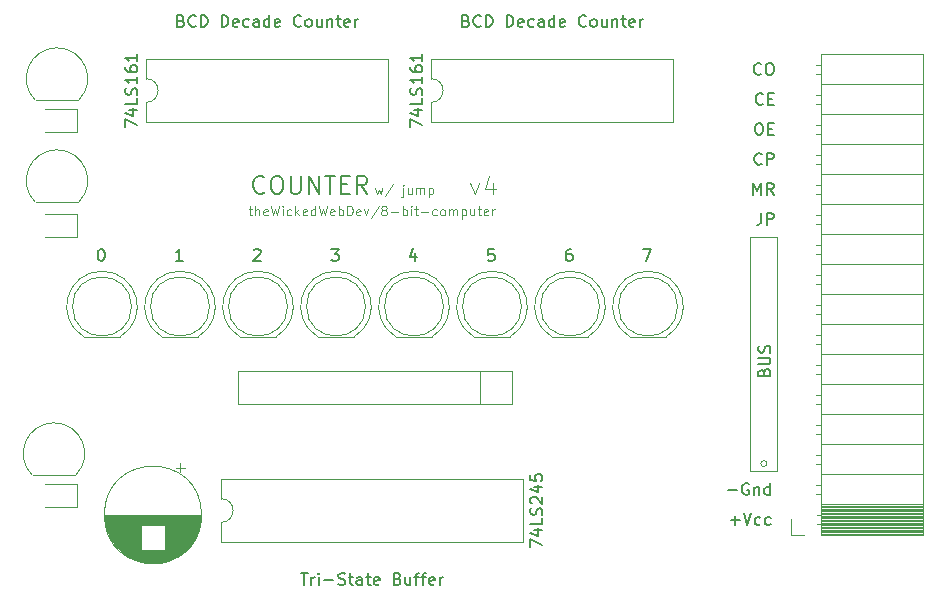
<source format=gbr>
%TF.GenerationSoftware,KiCad,Pcbnew,(5.1.10-1-10_14)*%
%TF.CreationDate,2021-08-01T09:05:42-04:00*%
%TF.ProjectId,COUNTER,434f554e-5445-4522-9e6b-696361645f70,rev?*%
%TF.SameCoordinates,Original*%
%TF.FileFunction,Legend,Top*%
%TF.FilePolarity,Positive*%
%FSLAX46Y46*%
G04 Gerber Fmt 4.6, Leading zero omitted, Abs format (unit mm)*
G04 Created by KiCad (PCBNEW (5.1.10-1-10_14)) date 2021-08-01 09:05:42*
%MOMM*%
%LPD*%
G01*
G04 APERTURE LIST*
%ADD10C,0.150000*%
%ADD11C,0.120000*%
%ADD12C,0.100000*%
G04 APERTURE END LIST*
D10*
X134538476Y-51204880D02*
X135205142Y-51204880D01*
X134776571Y-52204880D01*
X128458285Y-51204880D02*
X128267809Y-51204880D01*
X128172571Y-51252500D01*
X128124952Y-51300119D01*
X128029714Y-51442976D01*
X127982095Y-51633452D01*
X127982095Y-52014404D01*
X128029714Y-52109642D01*
X128077333Y-52157261D01*
X128172571Y-52204880D01*
X128363047Y-52204880D01*
X128458285Y-52157261D01*
X128505904Y-52109642D01*
X128553523Y-52014404D01*
X128553523Y-51776309D01*
X128505904Y-51681071D01*
X128458285Y-51633452D01*
X128363047Y-51585833D01*
X128172571Y-51585833D01*
X128077333Y-51633452D01*
X128029714Y-51681071D01*
X127982095Y-51776309D01*
X121901904Y-51204880D02*
X121425714Y-51204880D01*
X121378095Y-51681071D01*
X121425714Y-51633452D01*
X121520952Y-51585833D01*
X121759047Y-51585833D01*
X121854285Y-51633452D01*
X121901904Y-51681071D01*
X121949523Y-51776309D01*
X121949523Y-52014404D01*
X121901904Y-52109642D01*
X121854285Y-52157261D01*
X121759047Y-52204880D01*
X121520952Y-52204880D01*
X121425714Y-52157261D01*
X121378095Y-52109642D01*
X115250285Y-51538214D02*
X115250285Y-52204880D01*
X115012190Y-51157261D02*
X114774095Y-51871547D01*
X115393142Y-51871547D01*
X108122476Y-51204880D02*
X108741523Y-51204880D01*
X108408190Y-51585833D01*
X108551047Y-51585833D01*
X108646285Y-51633452D01*
X108693904Y-51681071D01*
X108741523Y-51776309D01*
X108741523Y-52014404D01*
X108693904Y-52109642D01*
X108646285Y-52157261D01*
X108551047Y-52204880D01*
X108265333Y-52204880D01*
X108170095Y-52157261D01*
X108122476Y-52109642D01*
X101566095Y-51300119D02*
X101613714Y-51252500D01*
X101708952Y-51204880D01*
X101947047Y-51204880D01*
X102042285Y-51252500D01*
X102089904Y-51300119D01*
X102137523Y-51395357D01*
X102137523Y-51490595D01*
X102089904Y-51633452D01*
X101518476Y-52204880D01*
X102137523Y-52204880D01*
X95533523Y-52204880D02*
X94962095Y-52204880D01*
X95247809Y-52204880D02*
X95247809Y-51204880D01*
X95152571Y-51347738D01*
X95057333Y-51442976D01*
X94962095Y-51490595D01*
X88596190Y-51204880D02*
X88691428Y-51204880D01*
X88786666Y-51252500D01*
X88834285Y-51300119D01*
X88881904Y-51395357D01*
X88929523Y-51585833D01*
X88929523Y-51823928D01*
X88881904Y-52014404D01*
X88834285Y-52109642D01*
X88786666Y-52157261D01*
X88691428Y-52204880D01*
X88596190Y-52204880D01*
X88500952Y-52157261D01*
X88453333Y-52109642D01*
X88405714Y-52014404D01*
X88358095Y-51823928D01*
X88358095Y-51585833D01*
X88405714Y-51395357D01*
X88453333Y-51300119D01*
X88500952Y-51252500D01*
X88596190Y-51204880D01*
X141936571Y-74175928D02*
X142698476Y-74175928D01*
X142317523Y-74556880D02*
X142317523Y-73794976D01*
X143031809Y-73556880D02*
X143365142Y-74556880D01*
X143698476Y-73556880D01*
X144460380Y-74509261D02*
X144365142Y-74556880D01*
X144174666Y-74556880D01*
X144079428Y-74509261D01*
X144031809Y-74461642D01*
X143984190Y-74366404D01*
X143984190Y-74080690D01*
X144031809Y-73985452D01*
X144079428Y-73937833D01*
X144174666Y-73890214D01*
X144365142Y-73890214D01*
X144460380Y-73937833D01*
X145317523Y-74509261D02*
X145222285Y-74556880D01*
X145031809Y-74556880D01*
X144936571Y-74509261D01*
X144888952Y-74461642D01*
X144841333Y-74366404D01*
X144841333Y-74080690D01*
X144888952Y-73985452D01*
X144936571Y-73937833D01*
X145031809Y-73890214D01*
X145222285Y-73890214D01*
X145317523Y-73937833D01*
X141698476Y-71635928D02*
X142460380Y-71635928D01*
X143460380Y-71064500D02*
X143365142Y-71016880D01*
X143222285Y-71016880D01*
X143079428Y-71064500D01*
X142984190Y-71159738D01*
X142936571Y-71254976D01*
X142888952Y-71445452D01*
X142888952Y-71588309D01*
X142936571Y-71778785D01*
X142984190Y-71874023D01*
X143079428Y-71969261D01*
X143222285Y-72016880D01*
X143317523Y-72016880D01*
X143460380Y-71969261D01*
X143508000Y-71921642D01*
X143508000Y-71588309D01*
X143317523Y-71588309D01*
X143936571Y-71350214D02*
X143936571Y-72016880D01*
X143936571Y-71445452D02*
X143984190Y-71397833D01*
X144079428Y-71350214D01*
X144222285Y-71350214D01*
X144317523Y-71397833D01*
X144365142Y-71493071D01*
X144365142Y-72016880D01*
X145269904Y-72016880D02*
X145269904Y-71016880D01*
X145269904Y-71969261D02*
X145174666Y-72016880D01*
X144984190Y-72016880D01*
X144888952Y-71969261D01*
X144841333Y-71921642D01*
X144793714Y-71826404D01*
X144793714Y-71540690D01*
X144841333Y-71445452D01*
X144888952Y-71397833D01*
X144984190Y-71350214D01*
X145174666Y-71350214D01*
X145269904Y-71397833D01*
X143857238Y-46616880D02*
X143857238Y-45616880D01*
X144190571Y-46331166D01*
X144523904Y-45616880D01*
X144523904Y-46616880D01*
X145571523Y-46616880D02*
X145238190Y-46140690D01*
X145000095Y-46616880D02*
X145000095Y-45616880D01*
X145381047Y-45616880D01*
X145476285Y-45664500D01*
X145523904Y-45712119D01*
X145571523Y-45807357D01*
X145571523Y-45950214D01*
X145523904Y-46045452D01*
X145476285Y-46093071D01*
X145381047Y-46140690D01*
X145000095Y-46140690D01*
D11*
X145005500Y-69368500D02*
G75*
G03*
X145005500Y-69368500I-254000J0D01*
G01*
X145859500Y-50228500D02*
X145859500Y-70040500D01*
X143573500Y-70040500D02*
X145859500Y-70040500D01*
X143573500Y-67500500D02*
X143573500Y-70040500D01*
X143573500Y-50228500D02*
X143573500Y-67500500D01*
X145859500Y-50228500D02*
X143573500Y-50228500D01*
D10*
X144523904Y-48156880D02*
X144523904Y-48871166D01*
X144476285Y-49014023D01*
X144381047Y-49109261D01*
X144238190Y-49156880D01*
X144142952Y-49156880D01*
X145000095Y-49156880D02*
X145000095Y-48156880D01*
X145381047Y-48156880D01*
X145476285Y-48204500D01*
X145523904Y-48252119D01*
X145571523Y-48347357D01*
X145571523Y-48490214D01*
X145523904Y-48585452D01*
X145476285Y-48633071D01*
X145381047Y-48680690D01*
X145000095Y-48680690D01*
X144772071Y-61644571D02*
X144819690Y-61501714D01*
X144867309Y-61454095D01*
X144962547Y-61406476D01*
X145105404Y-61406476D01*
X145200642Y-61454095D01*
X145248261Y-61501714D01*
X145295880Y-61596952D01*
X145295880Y-61977904D01*
X144295880Y-61977904D01*
X144295880Y-61644571D01*
X144343500Y-61549333D01*
X144391119Y-61501714D01*
X144486357Y-61454095D01*
X144581595Y-61454095D01*
X144676833Y-61501714D01*
X144724452Y-61549333D01*
X144772071Y-61644571D01*
X144772071Y-61977904D01*
X144295880Y-60977904D02*
X145105404Y-60977904D01*
X145200642Y-60930285D01*
X145248261Y-60882666D01*
X145295880Y-60787428D01*
X145295880Y-60596952D01*
X145248261Y-60501714D01*
X145200642Y-60454095D01*
X145105404Y-60406476D01*
X144295880Y-60406476D01*
X145248261Y-59977904D02*
X145295880Y-59835047D01*
X145295880Y-59596952D01*
X145248261Y-59501714D01*
X145200642Y-59454095D01*
X145105404Y-59406476D01*
X145010166Y-59406476D01*
X144914928Y-59454095D01*
X144867309Y-59501714D01*
X144819690Y-59596952D01*
X144772071Y-59787428D01*
X144724452Y-59882666D01*
X144676833Y-59930285D01*
X144581595Y-59977904D01*
X144486357Y-59977904D01*
X144391119Y-59930285D01*
X144343500Y-59882666D01*
X144295880Y-59787428D01*
X144295880Y-59549333D01*
X144343500Y-59406476D01*
X144571523Y-43981642D02*
X144523904Y-44029261D01*
X144381047Y-44076880D01*
X144285809Y-44076880D01*
X144142952Y-44029261D01*
X144047714Y-43934023D01*
X144000095Y-43838785D01*
X143952476Y-43648309D01*
X143952476Y-43505452D01*
X144000095Y-43314976D01*
X144047714Y-43219738D01*
X144142952Y-43124500D01*
X144285809Y-43076880D01*
X144381047Y-43076880D01*
X144523904Y-43124500D01*
X144571523Y-43172119D01*
X145000095Y-44076880D02*
X145000095Y-43076880D01*
X145381047Y-43076880D01*
X145476285Y-43124500D01*
X145523904Y-43172119D01*
X145571523Y-43267357D01*
X145571523Y-43410214D01*
X145523904Y-43505452D01*
X145476285Y-43553071D01*
X145381047Y-43600690D01*
X145000095Y-43600690D01*
X144238190Y-40536880D02*
X144428666Y-40536880D01*
X144523904Y-40584500D01*
X144619142Y-40679738D01*
X144666761Y-40870214D01*
X144666761Y-41203547D01*
X144619142Y-41394023D01*
X144523904Y-41489261D01*
X144428666Y-41536880D01*
X144238190Y-41536880D01*
X144142952Y-41489261D01*
X144047714Y-41394023D01*
X144000095Y-41203547D01*
X144000095Y-40870214D01*
X144047714Y-40679738D01*
X144142952Y-40584500D01*
X144238190Y-40536880D01*
X145095333Y-41013071D02*
X145428666Y-41013071D01*
X145571523Y-41536880D02*
X145095333Y-41536880D01*
X145095333Y-40536880D01*
X145571523Y-40536880D01*
X144666761Y-38901642D02*
X144619142Y-38949261D01*
X144476285Y-38996880D01*
X144381047Y-38996880D01*
X144238190Y-38949261D01*
X144142952Y-38854023D01*
X144095333Y-38758785D01*
X144047714Y-38568309D01*
X144047714Y-38425452D01*
X144095333Y-38234976D01*
X144142952Y-38139738D01*
X144238190Y-38044500D01*
X144381047Y-37996880D01*
X144476285Y-37996880D01*
X144619142Y-38044500D01*
X144666761Y-38092119D01*
X145095333Y-38473071D02*
X145428666Y-38473071D01*
X145571523Y-38996880D02*
X145095333Y-38996880D01*
X145095333Y-37996880D01*
X145571523Y-37996880D01*
X144523904Y-36361642D02*
X144476285Y-36409261D01*
X144333428Y-36456880D01*
X144238190Y-36456880D01*
X144095333Y-36409261D01*
X144000095Y-36314023D01*
X143952476Y-36218785D01*
X143904857Y-36028309D01*
X143904857Y-35885452D01*
X143952476Y-35694976D01*
X144000095Y-35599738D01*
X144095333Y-35504500D01*
X144238190Y-35456880D01*
X144333428Y-35456880D01*
X144476285Y-35504500D01*
X144523904Y-35552119D01*
X145142952Y-35456880D02*
X145333428Y-35456880D01*
X145428666Y-35504500D01*
X145523904Y-35599738D01*
X145571523Y-35790214D01*
X145571523Y-36123547D01*
X145523904Y-36314023D01*
X145428666Y-36409261D01*
X145333428Y-36456880D01*
X145142952Y-36456880D01*
X145047714Y-36409261D01*
X144952476Y-36314023D01*
X144904857Y-36123547D01*
X144904857Y-35790214D01*
X144952476Y-35599738D01*
X145047714Y-35504500D01*
X145142952Y-35456880D01*
D12*
X119896071Y-45589071D02*
X120253214Y-46589071D01*
X120610357Y-45589071D01*
X121824642Y-45589071D02*
X121824642Y-46589071D01*
X121467500Y-45017642D02*
X121110357Y-46089071D01*
X122038928Y-46089071D01*
X111849309Y-46023071D02*
X112001690Y-46556404D01*
X112154071Y-46175452D01*
X112306452Y-46556404D01*
X112458833Y-46023071D01*
X113335023Y-45718309D02*
X112649309Y-46746880D01*
X114211214Y-46023071D02*
X114211214Y-46708785D01*
X114173119Y-46784976D01*
X114096928Y-46823071D01*
X114058833Y-46823071D01*
X114211214Y-45756404D02*
X114173119Y-45794500D01*
X114211214Y-45832595D01*
X114249309Y-45794500D01*
X114211214Y-45756404D01*
X114211214Y-45832595D01*
X114935023Y-46023071D02*
X114935023Y-46556404D01*
X114592166Y-46023071D02*
X114592166Y-46442119D01*
X114630261Y-46518309D01*
X114706452Y-46556404D01*
X114820738Y-46556404D01*
X114896928Y-46518309D01*
X114935023Y-46480214D01*
X115315976Y-46556404D02*
X115315976Y-46023071D01*
X115315976Y-46099261D02*
X115354071Y-46061166D01*
X115430261Y-46023071D01*
X115544547Y-46023071D01*
X115620738Y-46061166D01*
X115658833Y-46137357D01*
X115658833Y-46556404D01*
X115658833Y-46137357D02*
X115696928Y-46061166D01*
X115773119Y-46023071D01*
X115887404Y-46023071D01*
X115963595Y-46061166D01*
X116001690Y-46137357D01*
X116001690Y-46556404D01*
X116382642Y-46023071D02*
X116382642Y-46823071D01*
X116382642Y-46061166D02*
X116458833Y-46023071D01*
X116611214Y-46023071D01*
X116687404Y-46061166D01*
X116725500Y-46099261D01*
X116763595Y-46175452D01*
X116763595Y-46404023D01*
X116725500Y-46480214D01*
X116687404Y-46518309D01*
X116611214Y-46556404D01*
X116458833Y-46556404D01*
X116382642Y-46518309D01*
X101127404Y-47833071D02*
X101432166Y-47833071D01*
X101241690Y-47566404D02*
X101241690Y-48252119D01*
X101279785Y-48328309D01*
X101355976Y-48366404D01*
X101432166Y-48366404D01*
X101698833Y-48366404D02*
X101698833Y-47566404D01*
X102041690Y-48366404D02*
X102041690Y-47947357D01*
X102003595Y-47871166D01*
X101927404Y-47833071D01*
X101813119Y-47833071D01*
X101736928Y-47871166D01*
X101698833Y-47909261D01*
X102727404Y-48328309D02*
X102651214Y-48366404D01*
X102498833Y-48366404D01*
X102422642Y-48328309D01*
X102384547Y-48252119D01*
X102384547Y-47947357D01*
X102422642Y-47871166D01*
X102498833Y-47833071D01*
X102651214Y-47833071D01*
X102727404Y-47871166D01*
X102765500Y-47947357D01*
X102765500Y-48023547D01*
X102384547Y-48099738D01*
X103032166Y-47566404D02*
X103222642Y-48366404D01*
X103375023Y-47794976D01*
X103527404Y-48366404D01*
X103717880Y-47566404D01*
X104022642Y-48366404D02*
X104022642Y-47833071D01*
X104022642Y-47566404D02*
X103984547Y-47604500D01*
X104022642Y-47642595D01*
X104060738Y-47604500D01*
X104022642Y-47566404D01*
X104022642Y-47642595D01*
X104746452Y-48328309D02*
X104670261Y-48366404D01*
X104517880Y-48366404D01*
X104441690Y-48328309D01*
X104403595Y-48290214D01*
X104365500Y-48214023D01*
X104365500Y-47985452D01*
X104403595Y-47909261D01*
X104441690Y-47871166D01*
X104517880Y-47833071D01*
X104670261Y-47833071D01*
X104746452Y-47871166D01*
X105089309Y-48366404D02*
X105089309Y-47566404D01*
X105165500Y-48061642D02*
X105394071Y-48366404D01*
X105394071Y-47833071D02*
X105089309Y-48137833D01*
X106041690Y-48328309D02*
X105965500Y-48366404D01*
X105813119Y-48366404D01*
X105736928Y-48328309D01*
X105698833Y-48252119D01*
X105698833Y-47947357D01*
X105736928Y-47871166D01*
X105813119Y-47833071D01*
X105965500Y-47833071D01*
X106041690Y-47871166D01*
X106079785Y-47947357D01*
X106079785Y-48023547D01*
X105698833Y-48099738D01*
X106765500Y-48366404D02*
X106765500Y-47566404D01*
X106765500Y-48328309D02*
X106689309Y-48366404D01*
X106536928Y-48366404D01*
X106460738Y-48328309D01*
X106422642Y-48290214D01*
X106384547Y-48214023D01*
X106384547Y-47985452D01*
X106422642Y-47909261D01*
X106460738Y-47871166D01*
X106536928Y-47833071D01*
X106689309Y-47833071D01*
X106765500Y-47871166D01*
X107070261Y-47566404D02*
X107260738Y-48366404D01*
X107413119Y-47794976D01*
X107565500Y-48366404D01*
X107755976Y-47566404D01*
X108365500Y-48328309D02*
X108289309Y-48366404D01*
X108136928Y-48366404D01*
X108060738Y-48328309D01*
X108022642Y-48252119D01*
X108022642Y-47947357D01*
X108060738Y-47871166D01*
X108136928Y-47833071D01*
X108289309Y-47833071D01*
X108365500Y-47871166D01*
X108403595Y-47947357D01*
X108403595Y-48023547D01*
X108022642Y-48099738D01*
X108746452Y-48366404D02*
X108746452Y-47566404D01*
X108746452Y-47871166D02*
X108822642Y-47833071D01*
X108975023Y-47833071D01*
X109051214Y-47871166D01*
X109089309Y-47909261D01*
X109127404Y-47985452D01*
X109127404Y-48214023D01*
X109089309Y-48290214D01*
X109051214Y-48328309D01*
X108975023Y-48366404D01*
X108822642Y-48366404D01*
X108746452Y-48328309D01*
X109470261Y-48366404D02*
X109470261Y-47566404D01*
X109660738Y-47566404D01*
X109775023Y-47604500D01*
X109851214Y-47680690D01*
X109889309Y-47756880D01*
X109927404Y-47909261D01*
X109927404Y-48023547D01*
X109889309Y-48175928D01*
X109851214Y-48252119D01*
X109775023Y-48328309D01*
X109660738Y-48366404D01*
X109470261Y-48366404D01*
X110575023Y-48328309D02*
X110498833Y-48366404D01*
X110346452Y-48366404D01*
X110270261Y-48328309D01*
X110232166Y-48252119D01*
X110232166Y-47947357D01*
X110270261Y-47871166D01*
X110346452Y-47833071D01*
X110498833Y-47833071D01*
X110575023Y-47871166D01*
X110613119Y-47947357D01*
X110613119Y-48023547D01*
X110232166Y-48099738D01*
X110879785Y-47833071D02*
X111070261Y-48366404D01*
X111260738Y-47833071D01*
X112136928Y-47528309D02*
X111451214Y-48556880D01*
X112517880Y-47909261D02*
X112441690Y-47871166D01*
X112403595Y-47833071D01*
X112365500Y-47756880D01*
X112365500Y-47718785D01*
X112403595Y-47642595D01*
X112441690Y-47604500D01*
X112517880Y-47566404D01*
X112670261Y-47566404D01*
X112746452Y-47604500D01*
X112784547Y-47642595D01*
X112822642Y-47718785D01*
X112822642Y-47756880D01*
X112784547Y-47833071D01*
X112746452Y-47871166D01*
X112670261Y-47909261D01*
X112517880Y-47909261D01*
X112441690Y-47947357D01*
X112403595Y-47985452D01*
X112365500Y-48061642D01*
X112365500Y-48214023D01*
X112403595Y-48290214D01*
X112441690Y-48328309D01*
X112517880Y-48366404D01*
X112670261Y-48366404D01*
X112746452Y-48328309D01*
X112784547Y-48290214D01*
X112822642Y-48214023D01*
X112822642Y-48061642D01*
X112784547Y-47985452D01*
X112746452Y-47947357D01*
X112670261Y-47909261D01*
X113165500Y-48061642D02*
X113775023Y-48061642D01*
X114155976Y-48366404D02*
X114155976Y-47566404D01*
X114155976Y-47871166D02*
X114232166Y-47833071D01*
X114384547Y-47833071D01*
X114460738Y-47871166D01*
X114498833Y-47909261D01*
X114536928Y-47985452D01*
X114536928Y-48214023D01*
X114498833Y-48290214D01*
X114460738Y-48328309D01*
X114384547Y-48366404D01*
X114232166Y-48366404D01*
X114155976Y-48328309D01*
X114879785Y-48366404D02*
X114879785Y-47833071D01*
X114879785Y-47566404D02*
X114841690Y-47604500D01*
X114879785Y-47642595D01*
X114917880Y-47604500D01*
X114879785Y-47566404D01*
X114879785Y-47642595D01*
X115146452Y-47833071D02*
X115451214Y-47833071D01*
X115260738Y-47566404D02*
X115260738Y-48252119D01*
X115298833Y-48328309D01*
X115375023Y-48366404D01*
X115451214Y-48366404D01*
X115717880Y-48061642D02*
X116327404Y-48061642D01*
X117051214Y-48328309D02*
X116975023Y-48366404D01*
X116822642Y-48366404D01*
X116746452Y-48328309D01*
X116708357Y-48290214D01*
X116670261Y-48214023D01*
X116670261Y-47985452D01*
X116708357Y-47909261D01*
X116746452Y-47871166D01*
X116822642Y-47833071D01*
X116975023Y-47833071D01*
X117051214Y-47871166D01*
X117508357Y-48366404D02*
X117432166Y-48328309D01*
X117394071Y-48290214D01*
X117355976Y-48214023D01*
X117355976Y-47985452D01*
X117394071Y-47909261D01*
X117432166Y-47871166D01*
X117508357Y-47833071D01*
X117622642Y-47833071D01*
X117698833Y-47871166D01*
X117736928Y-47909261D01*
X117775023Y-47985452D01*
X117775023Y-48214023D01*
X117736928Y-48290214D01*
X117698833Y-48328309D01*
X117622642Y-48366404D01*
X117508357Y-48366404D01*
X118117880Y-48366404D02*
X118117880Y-47833071D01*
X118117880Y-47909261D02*
X118155976Y-47871166D01*
X118232166Y-47833071D01*
X118346452Y-47833071D01*
X118422642Y-47871166D01*
X118460738Y-47947357D01*
X118460738Y-48366404D01*
X118460738Y-47947357D02*
X118498833Y-47871166D01*
X118575023Y-47833071D01*
X118689309Y-47833071D01*
X118765500Y-47871166D01*
X118803595Y-47947357D01*
X118803595Y-48366404D01*
X119184547Y-47833071D02*
X119184547Y-48633071D01*
X119184547Y-47871166D02*
X119260738Y-47833071D01*
X119413119Y-47833071D01*
X119489309Y-47871166D01*
X119527404Y-47909261D01*
X119565500Y-47985452D01*
X119565500Y-48214023D01*
X119527404Y-48290214D01*
X119489309Y-48328309D01*
X119413119Y-48366404D01*
X119260738Y-48366404D01*
X119184547Y-48328309D01*
X120251214Y-47833071D02*
X120251214Y-48366404D01*
X119908357Y-47833071D02*
X119908357Y-48252119D01*
X119946452Y-48328309D01*
X120022642Y-48366404D01*
X120136928Y-48366404D01*
X120213119Y-48328309D01*
X120251214Y-48290214D01*
X120517880Y-47833071D02*
X120822642Y-47833071D01*
X120632166Y-47566404D02*
X120632166Y-48252119D01*
X120670261Y-48328309D01*
X120746452Y-48366404D01*
X120822642Y-48366404D01*
X121394071Y-48328309D02*
X121317880Y-48366404D01*
X121165500Y-48366404D01*
X121089309Y-48328309D01*
X121051214Y-48252119D01*
X121051214Y-47947357D01*
X121089309Y-47871166D01*
X121165500Y-47833071D01*
X121317880Y-47833071D01*
X121394071Y-47871166D01*
X121432166Y-47947357D01*
X121432166Y-48023547D01*
X121051214Y-48099738D01*
X121775023Y-48366404D02*
X121775023Y-47833071D01*
X121775023Y-47985452D02*
X121813119Y-47909261D01*
X121851214Y-47871166D01*
X121927404Y-47833071D01*
X122003595Y-47833071D01*
D10*
X102463242Y-46363114D02*
X102391814Y-46434542D01*
X102177528Y-46505971D01*
X102034671Y-46505971D01*
X101820385Y-46434542D01*
X101677528Y-46291685D01*
X101606100Y-46148828D01*
X101534671Y-45863114D01*
X101534671Y-45648828D01*
X101606100Y-45363114D01*
X101677528Y-45220257D01*
X101820385Y-45077400D01*
X102034671Y-45005971D01*
X102177528Y-45005971D01*
X102391814Y-45077400D01*
X102463242Y-45148828D01*
X103391814Y-45005971D02*
X103677528Y-45005971D01*
X103820385Y-45077400D01*
X103963242Y-45220257D01*
X104034671Y-45505971D01*
X104034671Y-46005971D01*
X103963242Y-46291685D01*
X103820385Y-46434542D01*
X103677528Y-46505971D01*
X103391814Y-46505971D01*
X103248957Y-46434542D01*
X103106100Y-46291685D01*
X103034671Y-46005971D01*
X103034671Y-45505971D01*
X103106100Y-45220257D01*
X103248957Y-45077400D01*
X103391814Y-45005971D01*
X104677528Y-45005971D02*
X104677528Y-46220257D01*
X104748957Y-46363114D01*
X104820385Y-46434542D01*
X104963242Y-46505971D01*
X105248957Y-46505971D01*
X105391814Y-46434542D01*
X105463242Y-46363114D01*
X105534671Y-46220257D01*
X105534671Y-45005971D01*
X106248957Y-46505971D02*
X106248957Y-45005971D01*
X107106100Y-46505971D01*
X107106100Y-45005971D01*
X107606100Y-45005971D02*
X108463242Y-45005971D01*
X108034671Y-46505971D02*
X108034671Y-45005971D01*
X108963242Y-45720257D02*
X109463242Y-45720257D01*
X109677528Y-46505971D02*
X108963242Y-46505971D01*
X108963242Y-45005971D01*
X109677528Y-45005971D01*
X111177528Y-46505971D02*
X110677528Y-45791685D01*
X110320385Y-46505971D02*
X110320385Y-45005971D01*
X110891814Y-45005971D01*
X111034671Y-45077400D01*
X111106100Y-45148828D01*
X111177528Y-45291685D01*
X111177528Y-45505971D01*
X111106100Y-45648828D01*
X111034671Y-45720257D01*
X110891814Y-45791685D01*
X110320385Y-45791685D01*
D11*
%TO.C,J22*%
X158235500Y-75314500D02*
X149605500Y-75314500D01*
X158235500Y-75196405D02*
X149605500Y-75196405D01*
X158235500Y-75078310D02*
X149605500Y-75078310D01*
X158235500Y-74960215D02*
X149605500Y-74960215D01*
X158235500Y-74842120D02*
X149605500Y-74842120D01*
X158235500Y-74724025D02*
X149605500Y-74724025D01*
X158235500Y-74605930D02*
X149605500Y-74605930D01*
X158235500Y-74487835D02*
X149605500Y-74487835D01*
X158235500Y-74369740D02*
X149605500Y-74369740D01*
X158235500Y-74251645D02*
X149605500Y-74251645D01*
X158235500Y-74133550D02*
X149605500Y-74133550D01*
X158235500Y-74015455D02*
X149605500Y-74015455D01*
X158235500Y-73897360D02*
X149605500Y-73897360D01*
X158235500Y-73779265D02*
X149605500Y-73779265D01*
X158235500Y-73661170D02*
X149605500Y-73661170D01*
X158235500Y-73543075D02*
X149605500Y-73543075D01*
X158235500Y-73424980D02*
X149605500Y-73424980D01*
X158235500Y-73306885D02*
X149605500Y-73306885D01*
X158235500Y-73188790D02*
X149605500Y-73188790D01*
X158235500Y-73070695D02*
X149605500Y-73070695D01*
X158235500Y-72952600D02*
X149605500Y-72952600D01*
X149605500Y-74464500D02*
X149255500Y-74464500D01*
X149605500Y-73744500D02*
X149255500Y-73744500D01*
X149605500Y-71924500D02*
X149195500Y-71924500D01*
X149605500Y-71204500D02*
X149195500Y-71204500D01*
X149605500Y-69384500D02*
X149195500Y-69384500D01*
X149605500Y-68664500D02*
X149195500Y-68664500D01*
X149605500Y-66844500D02*
X149195500Y-66844500D01*
X149605500Y-66124500D02*
X149195500Y-66124500D01*
X149605500Y-64304500D02*
X149195500Y-64304500D01*
X149605500Y-63584500D02*
X149195500Y-63584500D01*
X149605500Y-61764500D02*
X149195500Y-61764500D01*
X149605500Y-61044500D02*
X149195500Y-61044500D01*
X149605500Y-59224500D02*
X149195500Y-59224500D01*
X149605500Y-58504500D02*
X149195500Y-58504500D01*
X149605500Y-56684500D02*
X149195500Y-56684500D01*
X149605500Y-55964500D02*
X149195500Y-55964500D01*
X149605500Y-54144500D02*
X149195500Y-54144500D01*
X149605500Y-53424500D02*
X149195500Y-53424500D01*
X149605500Y-51604500D02*
X149195500Y-51604500D01*
X149605500Y-50884500D02*
X149195500Y-50884500D01*
X149605500Y-49064500D02*
X149195500Y-49064500D01*
X149605500Y-48344500D02*
X149195500Y-48344500D01*
X149605500Y-46524500D02*
X149195500Y-46524500D01*
X149605500Y-45804500D02*
X149195500Y-45804500D01*
X149605500Y-43984500D02*
X149195500Y-43984500D01*
X149605500Y-43264500D02*
X149195500Y-43264500D01*
X149605500Y-41444500D02*
X149195500Y-41444500D01*
X149605500Y-40724500D02*
X149195500Y-40724500D01*
X149605500Y-38904500D02*
X149195500Y-38904500D01*
X149605500Y-38184500D02*
X149195500Y-38184500D01*
X149605500Y-36364500D02*
X149195500Y-36364500D01*
X149605500Y-35644500D02*
X149195500Y-35644500D01*
X158235500Y-72834500D02*
X149605500Y-72834500D01*
X158235500Y-70294500D02*
X149605500Y-70294500D01*
X158235500Y-67754500D02*
X149605500Y-67754500D01*
X158235500Y-65214500D02*
X149605500Y-65214500D01*
X158235500Y-62674500D02*
X149605500Y-62674500D01*
X158235500Y-60134500D02*
X149605500Y-60134500D01*
X158235500Y-57594500D02*
X149605500Y-57594500D01*
X158235500Y-55054500D02*
X149605500Y-55054500D01*
X158235500Y-52514500D02*
X149605500Y-52514500D01*
X158235500Y-49974500D02*
X149605500Y-49974500D01*
X158235500Y-47434500D02*
X149605500Y-47434500D01*
X158235500Y-44894500D02*
X149605500Y-44894500D01*
X158235500Y-42354500D02*
X149605500Y-42354500D01*
X158235500Y-39814500D02*
X149605500Y-39814500D01*
X158235500Y-37274500D02*
X149605500Y-37274500D01*
X158235500Y-75434500D02*
X149605500Y-75434500D01*
X149605500Y-75434500D02*
X149605500Y-34674500D01*
X158235500Y-34674500D02*
X149605500Y-34674500D01*
X158235500Y-75434500D02*
X158235500Y-34674500D01*
X147035500Y-75434500D02*
X147035500Y-74104500D01*
X148145500Y-75434500D02*
X147035500Y-75434500D01*
%TO.C,C10*%
X95742500Y-69708802D02*
X94942500Y-69708802D01*
X95342500Y-69308802D02*
X95342500Y-70108802D01*
X93560500Y-77799500D02*
X92494500Y-77799500D01*
X93795500Y-77759500D02*
X92259500Y-77759500D01*
X93975500Y-77719500D02*
X92079500Y-77719500D01*
X94125500Y-77679500D02*
X91929500Y-77679500D01*
X94256500Y-77639500D02*
X91798500Y-77639500D01*
X94373500Y-77599500D02*
X91681500Y-77599500D01*
X94480500Y-77559500D02*
X91574500Y-77559500D01*
X94579500Y-77519500D02*
X91475500Y-77519500D01*
X94672500Y-77479500D02*
X91382500Y-77479500D01*
X94758500Y-77439500D02*
X91296500Y-77439500D01*
X94840500Y-77399500D02*
X91214500Y-77399500D01*
X94917500Y-77359500D02*
X91137500Y-77359500D01*
X94991500Y-77319500D02*
X91063500Y-77319500D01*
X95061500Y-77279500D02*
X90993500Y-77279500D01*
X95129500Y-77239500D02*
X90925500Y-77239500D01*
X95193500Y-77199500D02*
X90861500Y-77199500D01*
X95255500Y-77159500D02*
X90799500Y-77159500D01*
X95314500Y-77119500D02*
X90740500Y-77119500D01*
X95372500Y-77079500D02*
X90682500Y-77079500D01*
X95427500Y-77039500D02*
X90627500Y-77039500D01*
X95481500Y-76999500D02*
X90573500Y-76999500D01*
X95532500Y-76959500D02*
X90522500Y-76959500D01*
X95583500Y-76919500D02*
X90471500Y-76919500D01*
X95631500Y-76879500D02*
X90423500Y-76879500D01*
X95678500Y-76839500D02*
X90376500Y-76839500D01*
X95724500Y-76799500D02*
X90330500Y-76799500D01*
X95768500Y-76759500D02*
X90286500Y-76759500D01*
X95811500Y-76719500D02*
X90243500Y-76719500D01*
X95853500Y-76679500D02*
X90201500Y-76679500D01*
X91987500Y-76639500D02*
X90160500Y-76639500D01*
X95894500Y-76639500D02*
X94067500Y-76639500D01*
X91987500Y-76599500D02*
X90120500Y-76599500D01*
X95934500Y-76599500D02*
X94067500Y-76599500D01*
X91987500Y-76559500D02*
X90082500Y-76559500D01*
X95972500Y-76559500D02*
X94067500Y-76559500D01*
X91987500Y-76519500D02*
X90044500Y-76519500D01*
X96010500Y-76519500D02*
X94067500Y-76519500D01*
X91987500Y-76479500D02*
X90008500Y-76479500D01*
X96046500Y-76479500D02*
X94067500Y-76479500D01*
X91987500Y-76439500D02*
X89972500Y-76439500D01*
X96082500Y-76439500D02*
X94067500Y-76439500D01*
X91987500Y-76399500D02*
X89937500Y-76399500D01*
X96117500Y-76399500D02*
X94067500Y-76399500D01*
X91987500Y-76359500D02*
X89903500Y-76359500D01*
X96151500Y-76359500D02*
X94067500Y-76359500D01*
X91987500Y-76319500D02*
X89871500Y-76319500D01*
X96183500Y-76319500D02*
X94067500Y-76319500D01*
X91987500Y-76279500D02*
X89838500Y-76279500D01*
X96216500Y-76279500D02*
X94067500Y-76279500D01*
X91987500Y-76239500D02*
X89807500Y-76239500D01*
X96247500Y-76239500D02*
X94067500Y-76239500D01*
X91987500Y-76199500D02*
X89777500Y-76199500D01*
X96277500Y-76199500D02*
X94067500Y-76199500D01*
X91987500Y-76159500D02*
X89747500Y-76159500D01*
X96307500Y-76159500D02*
X94067500Y-76159500D01*
X91987500Y-76119500D02*
X89718500Y-76119500D01*
X96336500Y-76119500D02*
X94067500Y-76119500D01*
X91987500Y-76079500D02*
X89689500Y-76079500D01*
X96365500Y-76079500D02*
X94067500Y-76079500D01*
X91987500Y-76039500D02*
X89662500Y-76039500D01*
X96392500Y-76039500D02*
X94067500Y-76039500D01*
X91987500Y-75999500D02*
X89635500Y-75999500D01*
X96419500Y-75999500D02*
X94067500Y-75999500D01*
X91987500Y-75959500D02*
X89609500Y-75959500D01*
X96445500Y-75959500D02*
X94067500Y-75959500D01*
X91987500Y-75919500D02*
X89583500Y-75919500D01*
X96471500Y-75919500D02*
X94067500Y-75919500D01*
X91987500Y-75879500D02*
X89558500Y-75879500D01*
X96496500Y-75879500D02*
X94067500Y-75879500D01*
X91987500Y-75839500D02*
X89534500Y-75839500D01*
X96520500Y-75839500D02*
X94067500Y-75839500D01*
X91987500Y-75799500D02*
X89510500Y-75799500D01*
X96544500Y-75799500D02*
X94067500Y-75799500D01*
X91987500Y-75759500D02*
X89487500Y-75759500D01*
X96567500Y-75759500D02*
X94067500Y-75759500D01*
X91987500Y-75719500D02*
X89465500Y-75719500D01*
X96589500Y-75719500D02*
X94067500Y-75719500D01*
X91987500Y-75679500D02*
X89443500Y-75679500D01*
X96611500Y-75679500D02*
X94067500Y-75679500D01*
X91987500Y-75639500D02*
X89421500Y-75639500D01*
X96633500Y-75639500D02*
X94067500Y-75639500D01*
X91987500Y-75599500D02*
X89400500Y-75599500D01*
X96654500Y-75599500D02*
X94067500Y-75599500D01*
X91987500Y-75559500D02*
X89380500Y-75559500D01*
X96674500Y-75559500D02*
X94067500Y-75559500D01*
X91987500Y-75519500D02*
X89361500Y-75519500D01*
X96693500Y-75519500D02*
X94067500Y-75519500D01*
X91987500Y-75479500D02*
X89341500Y-75479500D01*
X96713500Y-75479500D02*
X94067500Y-75479500D01*
X91987500Y-75439500D02*
X89323500Y-75439500D01*
X96731500Y-75439500D02*
X94067500Y-75439500D01*
X91987500Y-75399500D02*
X89305500Y-75399500D01*
X96749500Y-75399500D02*
X94067500Y-75399500D01*
X91987500Y-75359500D02*
X89287500Y-75359500D01*
X96767500Y-75359500D02*
X94067500Y-75359500D01*
X91987500Y-75319500D02*
X89270500Y-75319500D01*
X96784500Y-75319500D02*
X94067500Y-75319500D01*
X91987500Y-75279500D02*
X89253500Y-75279500D01*
X96801500Y-75279500D02*
X94067500Y-75279500D01*
X91987500Y-75239500D02*
X89237500Y-75239500D01*
X96817500Y-75239500D02*
X94067500Y-75239500D01*
X91987500Y-75199500D02*
X89222500Y-75199500D01*
X96832500Y-75199500D02*
X94067500Y-75199500D01*
X91987500Y-75159500D02*
X89206500Y-75159500D01*
X96848500Y-75159500D02*
X94067500Y-75159500D01*
X91987500Y-75119500D02*
X89192500Y-75119500D01*
X96862500Y-75119500D02*
X94067500Y-75119500D01*
X91987500Y-75079500D02*
X89177500Y-75079500D01*
X96877500Y-75079500D02*
X94067500Y-75079500D01*
X91987500Y-75039500D02*
X89164500Y-75039500D01*
X96890500Y-75039500D02*
X94067500Y-75039500D01*
X91987500Y-74999500D02*
X89150500Y-74999500D01*
X96904500Y-74999500D02*
X94067500Y-74999500D01*
X91987500Y-74959500D02*
X89138500Y-74959500D01*
X96916500Y-74959500D02*
X94067500Y-74959500D01*
X91987500Y-74919500D02*
X89125500Y-74919500D01*
X96929500Y-74919500D02*
X94067500Y-74919500D01*
X91987500Y-74879500D02*
X89113500Y-74879500D01*
X96941500Y-74879500D02*
X94067500Y-74879500D01*
X91987500Y-74839500D02*
X89102500Y-74839500D01*
X96952500Y-74839500D02*
X94067500Y-74839500D01*
X91987500Y-74799500D02*
X89091500Y-74799500D01*
X96963500Y-74799500D02*
X94067500Y-74799500D01*
X91987500Y-74759500D02*
X89080500Y-74759500D01*
X96974500Y-74759500D02*
X94067500Y-74759500D01*
X91987500Y-74719500D02*
X89070500Y-74719500D01*
X96984500Y-74719500D02*
X94067500Y-74719500D01*
X91987500Y-74679500D02*
X89060500Y-74679500D01*
X96994500Y-74679500D02*
X94067500Y-74679500D01*
X91987500Y-74639500D02*
X89051500Y-74639500D01*
X97003500Y-74639500D02*
X94067500Y-74639500D01*
X91987500Y-74599500D02*
X89042500Y-74599500D01*
X97012500Y-74599500D02*
X94067500Y-74599500D01*
X97021500Y-74559500D02*
X89033500Y-74559500D01*
X97029500Y-74519500D02*
X89025500Y-74519500D01*
X97037500Y-74479500D02*
X89017500Y-74479500D01*
X97044500Y-74439500D02*
X89010500Y-74439500D01*
X97051500Y-74398500D02*
X89003500Y-74398500D01*
X97057500Y-74358500D02*
X88997500Y-74358500D01*
X97064500Y-74318500D02*
X88990500Y-74318500D01*
X97069500Y-74278500D02*
X88985500Y-74278500D01*
X97075500Y-74238500D02*
X88979500Y-74238500D01*
X97079500Y-74198500D02*
X88975500Y-74198500D01*
X97084500Y-74158500D02*
X88970500Y-74158500D01*
X97088500Y-74118500D02*
X88966500Y-74118500D01*
X97092500Y-74078500D02*
X88962500Y-74078500D01*
X97095500Y-74038500D02*
X88959500Y-74038500D01*
X97098500Y-73998500D02*
X88956500Y-73998500D01*
X97101500Y-73958500D02*
X88953500Y-73958500D01*
X97103500Y-73918500D02*
X88951500Y-73918500D01*
X97104500Y-73878500D02*
X88950500Y-73878500D01*
X97106500Y-73838500D02*
X88948500Y-73838500D01*
X97107500Y-73798500D02*
X88947500Y-73798500D01*
X97107500Y-73758500D02*
X88947500Y-73758500D01*
X97107500Y-73718500D02*
X88947500Y-73718500D01*
X97147500Y-73718500D02*
G75*
G03*
X97147500Y-73718500I-4120000J0D01*
G01*
%TO.C,R3*%
X86584500Y-48252500D02*
X83899500Y-48252500D01*
X86584500Y-50172500D02*
X86584500Y-48252500D01*
X83899500Y-50172500D02*
X86584500Y-50172500D01*
%TO.C,Q3*%
X83099500Y-47252500D02*
X86699500Y-47252500D01*
X86737978Y-47240978D02*
G75*
G03*
X84899500Y-42802500I-1838478J1838478D01*
G01*
X83061022Y-47240978D02*
G75*
G02*
X84899500Y-42802500I1838478J1838478D01*
G01*
%TO.C,R2*%
X86584500Y-71112500D02*
X83899500Y-71112500D01*
X86584500Y-73032500D02*
X86584500Y-71112500D01*
X83899500Y-73032500D02*
X86584500Y-73032500D01*
%TO.C,Q2*%
X82845500Y-70366500D02*
X86445500Y-70366500D01*
X86483978Y-70354978D02*
G75*
G03*
X84645500Y-65916500I-1838478J1838478D01*
G01*
X82807022Y-70354978D02*
G75*
G02*
X84645500Y-65916500I1838478J1838478D01*
G01*
%TO.C,R1*%
X86584500Y-39362500D02*
X83899500Y-39362500D01*
X86584500Y-41282500D02*
X86584500Y-39362500D01*
X83899500Y-41282500D02*
X86584500Y-41282500D01*
%TO.C,Q1*%
X83099500Y-38616500D02*
X86699500Y-38616500D01*
X86737978Y-38604978D02*
G75*
G03*
X84899500Y-34166500I-1838478J1838478D01*
G01*
X83061022Y-38604978D02*
G75*
G02*
X84899500Y-34166500I1838478J1838478D01*
G01*
%TO.C,RN1*%
X120713500Y-64328500D02*
X120713500Y-61528500D01*
X100223500Y-64328500D02*
X123423500Y-64328500D01*
X100223500Y-61528500D02*
X100223500Y-64328500D01*
X123423500Y-61528500D02*
X100223500Y-61528500D01*
X123423500Y-64328500D02*
X123423500Y-61528500D01*
%TO.C,D8*%
X133392500Y-58630500D02*
X136482500Y-58630500D01*
X137437500Y-56070500D02*
G75*
G03*
X137437500Y-56070500I-2500000J0D01*
G01*
X134937038Y-53080500D02*
G75*
G02*
X136482330Y-58630500I462J-2990000D01*
G01*
X134937962Y-53080500D02*
G75*
G03*
X133392670Y-58630500I-462J-2990000D01*
G01*
%TO.C,D7*%
X126788500Y-58630500D02*
X129878500Y-58630500D01*
X130833500Y-56070500D02*
G75*
G03*
X130833500Y-56070500I-2500000J0D01*
G01*
X128333038Y-53080500D02*
G75*
G02*
X129878330Y-58630500I462J-2990000D01*
G01*
X128333962Y-53080500D02*
G75*
G03*
X126788670Y-58630500I-462J-2990000D01*
G01*
%TO.C,D6*%
X120184500Y-58630500D02*
X123274500Y-58630500D01*
X124229500Y-56070500D02*
G75*
G03*
X124229500Y-56070500I-2500000J0D01*
G01*
X121729038Y-53080500D02*
G75*
G02*
X123274330Y-58630500I462J-2990000D01*
G01*
X121729962Y-53080500D02*
G75*
G03*
X120184670Y-58630500I-462J-2990000D01*
G01*
%TO.C,D5*%
X113580500Y-58630500D02*
X116670500Y-58630500D01*
X117625500Y-56070500D02*
G75*
G03*
X117625500Y-56070500I-2500000J0D01*
G01*
X115125038Y-53080500D02*
G75*
G02*
X116670330Y-58630500I462J-2990000D01*
G01*
X115125962Y-53080500D02*
G75*
G03*
X113580670Y-58630500I-462J-2990000D01*
G01*
%TO.C,D4*%
X106976500Y-58630500D02*
X110066500Y-58630500D01*
X111021500Y-56070500D02*
G75*
G03*
X111021500Y-56070500I-2500000J0D01*
G01*
X108521038Y-53080500D02*
G75*
G02*
X110066330Y-58630500I462J-2990000D01*
G01*
X108521962Y-53080500D02*
G75*
G03*
X106976670Y-58630500I-462J-2990000D01*
G01*
%TO.C,D3*%
X100372500Y-58630500D02*
X103462500Y-58630500D01*
X104417500Y-56070500D02*
G75*
G03*
X104417500Y-56070500I-2500000J0D01*
G01*
X101917038Y-53080500D02*
G75*
G02*
X103462330Y-58630500I462J-2990000D01*
G01*
X101917962Y-53080500D02*
G75*
G03*
X100372670Y-58630500I-462J-2990000D01*
G01*
%TO.C,D2*%
X93768500Y-58630500D02*
X96858500Y-58630500D01*
X97813500Y-56070500D02*
G75*
G03*
X97813500Y-56070500I-2500000J0D01*
G01*
X95313038Y-53080500D02*
G75*
G02*
X96858330Y-58630500I462J-2990000D01*
G01*
X95313962Y-53080500D02*
G75*
G03*
X93768670Y-58630500I-462J-2990000D01*
G01*
%TO.C,D1*%
X87164500Y-58630500D02*
X90254500Y-58630500D01*
X91209500Y-56070500D02*
G75*
G03*
X91209500Y-56070500I-2500000J0D01*
G01*
X88709038Y-53080500D02*
G75*
G02*
X90254330Y-58630500I462J-2990000D01*
G01*
X88709962Y-53080500D02*
G75*
G03*
X87164670Y-58630500I-462J-2990000D01*
G01*
%TO.C,U14*%
X92459500Y-35132500D02*
X92459500Y-36782500D01*
X112899500Y-35132500D02*
X92459500Y-35132500D01*
X112899500Y-40432500D02*
X112899500Y-35132500D01*
X92459500Y-40432500D02*
X112899500Y-40432500D01*
X92459500Y-38782500D02*
X92459500Y-40432500D01*
X92459500Y-36782500D02*
G75*
G02*
X92459500Y-38782500I0J-1000000D01*
G01*
%TO.C,U47*%
X98809500Y-70692500D02*
X98809500Y-72342500D01*
X124329500Y-70692500D02*
X98809500Y-70692500D01*
X124329500Y-75992500D02*
X124329500Y-70692500D01*
X98809500Y-75992500D02*
X124329500Y-75992500D01*
X98809500Y-74342500D02*
X98809500Y-75992500D01*
X98809500Y-72342500D02*
G75*
G02*
X98809500Y-74342500I0J-1000000D01*
G01*
%TO.C,U12*%
X116589500Y-35132500D02*
X116589500Y-36782500D01*
X137029500Y-35132500D02*
X116589500Y-35132500D01*
X137029500Y-40432500D02*
X137029500Y-35132500D01*
X116589500Y-40432500D02*
X137029500Y-40432500D01*
X116589500Y-38782500D02*
X116589500Y-40432500D01*
X116589500Y-36782500D02*
G75*
G02*
X116589500Y-38782500I0J-1000000D01*
G01*
%TO.C,U14*%
D10*
X90701880Y-40901547D02*
X90701880Y-40234880D01*
X91701880Y-40663452D01*
X91035214Y-39425357D02*
X91701880Y-39425357D01*
X90654261Y-39663452D02*
X91368547Y-39901547D01*
X91368547Y-39282500D01*
X91701880Y-38425357D02*
X91701880Y-38901547D01*
X90701880Y-38901547D01*
X91654261Y-38139642D02*
X91701880Y-37996785D01*
X91701880Y-37758690D01*
X91654261Y-37663452D01*
X91606642Y-37615833D01*
X91511404Y-37568214D01*
X91416166Y-37568214D01*
X91320928Y-37615833D01*
X91273309Y-37663452D01*
X91225690Y-37758690D01*
X91178071Y-37949166D01*
X91130452Y-38044404D01*
X91082833Y-38092023D01*
X90987595Y-38139642D01*
X90892357Y-38139642D01*
X90797119Y-38092023D01*
X90749500Y-38044404D01*
X90701880Y-37949166D01*
X90701880Y-37711071D01*
X90749500Y-37568214D01*
X91701880Y-36615833D02*
X91701880Y-37187261D01*
X91701880Y-36901547D02*
X90701880Y-36901547D01*
X90844738Y-36996785D01*
X90939976Y-37092023D01*
X90987595Y-37187261D01*
X90701880Y-35758690D02*
X90701880Y-35949166D01*
X90749500Y-36044404D01*
X90797119Y-36092023D01*
X90939976Y-36187261D01*
X91130452Y-36234880D01*
X91511404Y-36234880D01*
X91606642Y-36187261D01*
X91654261Y-36139642D01*
X91701880Y-36044404D01*
X91701880Y-35853928D01*
X91654261Y-35758690D01*
X91606642Y-35711071D01*
X91511404Y-35663452D01*
X91273309Y-35663452D01*
X91178071Y-35711071D01*
X91130452Y-35758690D01*
X91082833Y-35853928D01*
X91082833Y-36044404D01*
X91130452Y-36139642D01*
X91178071Y-36187261D01*
X91273309Y-36234880D01*
X91701880Y-34711071D02*
X91701880Y-35282500D01*
X91701880Y-34996785D02*
X90701880Y-34996785D01*
X90844738Y-35092023D01*
X90939976Y-35187261D01*
X90987595Y-35282500D01*
X95417595Y-31869071D02*
X95560452Y-31916690D01*
X95608071Y-31964309D01*
X95655690Y-32059547D01*
X95655690Y-32202404D01*
X95608071Y-32297642D01*
X95560452Y-32345261D01*
X95465214Y-32392880D01*
X95084261Y-32392880D01*
X95084261Y-31392880D01*
X95417595Y-31392880D01*
X95512833Y-31440500D01*
X95560452Y-31488119D01*
X95608071Y-31583357D01*
X95608071Y-31678595D01*
X95560452Y-31773833D01*
X95512833Y-31821452D01*
X95417595Y-31869071D01*
X95084261Y-31869071D01*
X96655690Y-32297642D02*
X96608071Y-32345261D01*
X96465214Y-32392880D01*
X96369976Y-32392880D01*
X96227119Y-32345261D01*
X96131880Y-32250023D01*
X96084261Y-32154785D01*
X96036642Y-31964309D01*
X96036642Y-31821452D01*
X96084261Y-31630976D01*
X96131880Y-31535738D01*
X96227119Y-31440500D01*
X96369976Y-31392880D01*
X96465214Y-31392880D01*
X96608071Y-31440500D01*
X96655690Y-31488119D01*
X97084261Y-32392880D02*
X97084261Y-31392880D01*
X97322357Y-31392880D01*
X97465214Y-31440500D01*
X97560452Y-31535738D01*
X97608071Y-31630976D01*
X97655690Y-31821452D01*
X97655690Y-31964309D01*
X97608071Y-32154785D01*
X97560452Y-32250023D01*
X97465214Y-32345261D01*
X97322357Y-32392880D01*
X97084261Y-32392880D01*
X98846166Y-32392880D02*
X98846166Y-31392880D01*
X99084261Y-31392880D01*
X99227119Y-31440500D01*
X99322357Y-31535738D01*
X99369976Y-31630976D01*
X99417595Y-31821452D01*
X99417595Y-31964309D01*
X99369976Y-32154785D01*
X99322357Y-32250023D01*
X99227119Y-32345261D01*
X99084261Y-32392880D01*
X98846166Y-32392880D01*
X100227119Y-32345261D02*
X100131880Y-32392880D01*
X99941404Y-32392880D01*
X99846166Y-32345261D01*
X99798547Y-32250023D01*
X99798547Y-31869071D01*
X99846166Y-31773833D01*
X99941404Y-31726214D01*
X100131880Y-31726214D01*
X100227119Y-31773833D01*
X100274738Y-31869071D01*
X100274738Y-31964309D01*
X99798547Y-32059547D01*
X101131880Y-32345261D02*
X101036642Y-32392880D01*
X100846166Y-32392880D01*
X100750928Y-32345261D01*
X100703309Y-32297642D01*
X100655690Y-32202404D01*
X100655690Y-31916690D01*
X100703309Y-31821452D01*
X100750928Y-31773833D01*
X100846166Y-31726214D01*
X101036642Y-31726214D01*
X101131880Y-31773833D01*
X101989023Y-32392880D02*
X101989023Y-31869071D01*
X101941404Y-31773833D01*
X101846166Y-31726214D01*
X101655690Y-31726214D01*
X101560452Y-31773833D01*
X101989023Y-32345261D02*
X101893785Y-32392880D01*
X101655690Y-32392880D01*
X101560452Y-32345261D01*
X101512833Y-32250023D01*
X101512833Y-32154785D01*
X101560452Y-32059547D01*
X101655690Y-32011928D01*
X101893785Y-32011928D01*
X101989023Y-31964309D01*
X102893785Y-32392880D02*
X102893785Y-31392880D01*
X102893785Y-32345261D02*
X102798547Y-32392880D01*
X102608071Y-32392880D01*
X102512833Y-32345261D01*
X102465214Y-32297642D01*
X102417595Y-32202404D01*
X102417595Y-31916690D01*
X102465214Y-31821452D01*
X102512833Y-31773833D01*
X102608071Y-31726214D01*
X102798547Y-31726214D01*
X102893785Y-31773833D01*
X103750928Y-32345261D02*
X103655690Y-32392880D01*
X103465214Y-32392880D01*
X103369976Y-32345261D01*
X103322357Y-32250023D01*
X103322357Y-31869071D01*
X103369976Y-31773833D01*
X103465214Y-31726214D01*
X103655690Y-31726214D01*
X103750928Y-31773833D01*
X103798547Y-31869071D01*
X103798547Y-31964309D01*
X103322357Y-32059547D01*
X105560452Y-32297642D02*
X105512833Y-32345261D01*
X105369976Y-32392880D01*
X105274738Y-32392880D01*
X105131880Y-32345261D01*
X105036642Y-32250023D01*
X104989023Y-32154785D01*
X104941404Y-31964309D01*
X104941404Y-31821452D01*
X104989023Y-31630976D01*
X105036642Y-31535738D01*
X105131880Y-31440500D01*
X105274738Y-31392880D01*
X105369976Y-31392880D01*
X105512833Y-31440500D01*
X105560452Y-31488119D01*
X106131880Y-32392880D02*
X106036642Y-32345261D01*
X105989023Y-32297642D01*
X105941404Y-32202404D01*
X105941404Y-31916690D01*
X105989023Y-31821452D01*
X106036642Y-31773833D01*
X106131880Y-31726214D01*
X106274738Y-31726214D01*
X106369976Y-31773833D01*
X106417595Y-31821452D01*
X106465214Y-31916690D01*
X106465214Y-32202404D01*
X106417595Y-32297642D01*
X106369976Y-32345261D01*
X106274738Y-32392880D01*
X106131880Y-32392880D01*
X107322357Y-31726214D02*
X107322357Y-32392880D01*
X106893785Y-31726214D02*
X106893785Y-32250023D01*
X106941404Y-32345261D01*
X107036642Y-32392880D01*
X107179500Y-32392880D01*
X107274738Y-32345261D01*
X107322357Y-32297642D01*
X107798547Y-31726214D02*
X107798547Y-32392880D01*
X107798547Y-31821452D02*
X107846166Y-31773833D01*
X107941404Y-31726214D01*
X108084261Y-31726214D01*
X108179500Y-31773833D01*
X108227119Y-31869071D01*
X108227119Y-32392880D01*
X108560452Y-31726214D02*
X108941404Y-31726214D01*
X108703309Y-31392880D02*
X108703309Y-32250023D01*
X108750928Y-32345261D01*
X108846166Y-32392880D01*
X108941404Y-32392880D01*
X109655690Y-32345261D02*
X109560452Y-32392880D01*
X109369976Y-32392880D01*
X109274738Y-32345261D01*
X109227119Y-32250023D01*
X109227119Y-31869071D01*
X109274738Y-31773833D01*
X109369976Y-31726214D01*
X109560452Y-31726214D01*
X109655690Y-31773833D01*
X109703309Y-31869071D01*
X109703309Y-31964309D01*
X109227119Y-32059547D01*
X110131880Y-32392880D02*
X110131880Y-31726214D01*
X110131880Y-31916690D02*
X110179500Y-31821452D01*
X110227119Y-31773833D01*
X110322357Y-31726214D01*
X110417595Y-31726214D01*
%TO.C,U47*%
X124991880Y-76461547D02*
X124991880Y-75794880D01*
X125991880Y-76223452D01*
X125325214Y-74985357D02*
X125991880Y-74985357D01*
X124944261Y-75223452D02*
X125658547Y-75461547D01*
X125658547Y-74842500D01*
X125991880Y-73985357D02*
X125991880Y-74461547D01*
X124991880Y-74461547D01*
X125944261Y-73699642D02*
X125991880Y-73556785D01*
X125991880Y-73318690D01*
X125944261Y-73223452D01*
X125896642Y-73175833D01*
X125801404Y-73128214D01*
X125706166Y-73128214D01*
X125610928Y-73175833D01*
X125563309Y-73223452D01*
X125515690Y-73318690D01*
X125468071Y-73509166D01*
X125420452Y-73604404D01*
X125372833Y-73652023D01*
X125277595Y-73699642D01*
X125182357Y-73699642D01*
X125087119Y-73652023D01*
X125039500Y-73604404D01*
X124991880Y-73509166D01*
X124991880Y-73271071D01*
X125039500Y-73128214D01*
X125087119Y-72747261D02*
X125039500Y-72699642D01*
X124991880Y-72604404D01*
X124991880Y-72366309D01*
X125039500Y-72271071D01*
X125087119Y-72223452D01*
X125182357Y-72175833D01*
X125277595Y-72175833D01*
X125420452Y-72223452D01*
X125991880Y-72794880D01*
X125991880Y-72175833D01*
X125325214Y-71318690D02*
X125991880Y-71318690D01*
X124944261Y-71556785D02*
X125658547Y-71794880D01*
X125658547Y-71175833D01*
X124991880Y-70318690D02*
X124991880Y-70794880D01*
X125468071Y-70842500D01*
X125420452Y-70794880D01*
X125372833Y-70699642D01*
X125372833Y-70461547D01*
X125420452Y-70366309D01*
X125468071Y-70318690D01*
X125563309Y-70271071D01*
X125801404Y-70271071D01*
X125896642Y-70318690D01*
X125944261Y-70366309D01*
X125991880Y-70461547D01*
X125991880Y-70699642D01*
X125944261Y-70794880D01*
X125896642Y-70842500D01*
X105545690Y-78636880D02*
X106117119Y-78636880D01*
X105831404Y-79636880D02*
X105831404Y-78636880D01*
X106450452Y-79636880D02*
X106450452Y-78970214D01*
X106450452Y-79160690D02*
X106498071Y-79065452D01*
X106545690Y-79017833D01*
X106640928Y-78970214D01*
X106736166Y-78970214D01*
X107069500Y-79636880D02*
X107069500Y-78970214D01*
X107069500Y-78636880D02*
X107021880Y-78684500D01*
X107069500Y-78732119D01*
X107117119Y-78684500D01*
X107069500Y-78636880D01*
X107069500Y-78732119D01*
X107545690Y-79255928D02*
X108307595Y-79255928D01*
X108736166Y-79589261D02*
X108879023Y-79636880D01*
X109117119Y-79636880D01*
X109212357Y-79589261D01*
X109259976Y-79541642D01*
X109307595Y-79446404D01*
X109307595Y-79351166D01*
X109259976Y-79255928D01*
X109212357Y-79208309D01*
X109117119Y-79160690D01*
X108926642Y-79113071D01*
X108831404Y-79065452D01*
X108783785Y-79017833D01*
X108736166Y-78922595D01*
X108736166Y-78827357D01*
X108783785Y-78732119D01*
X108831404Y-78684500D01*
X108926642Y-78636880D01*
X109164738Y-78636880D01*
X109307595Y-78684500D01*
X109593309Y-78970214D02*
X109974261Y-78970214D01*
X109736166Y-78636880D02*
X109736166Y-79494023D01*
X109783785Y-79589261D01*
X109879023Y-79636880D01*
X109974261Y-79636880D01*
X110736166Y-79636880D02*
X110736166Y-79113071D01*
X110688547Y-79017833D01*
X110593309Y-78970214D01*
X110402833Y-78970214D01*
X110307595Y-79017833D01*
X110736166Y-79589261D02*
X110640928Y-79636880D01*
X110402833Y-79636880D01*
X110307595Y-79589261D01*
X110259976Y-79494023D01*
X110259976Y-79398785D01*
X110307595Y-79303547D01*
X110402833Y-79255928D01*
X110640928Y-79255928D01*
X110736166Y-79208309D01*
X111069500Y-78970214D02*
X111450452Y-78970214D01*
X111212357Y-78636880D02*
X111212357Y-79494023D01*
X111259976Y-79589261D01*
X111355214Y-79636880D01*
X111450452Y-79636880D01*
X112164738Y-79589261D02*
X112069500Y-79636880D01*
X111879023Y-79636880D01*
X111783785Y-79589261D01*
X111736166Y-79494023D01*
X111736166Y-79113071D01*
X111783785Y-79017833D01*
X111879023Y-78970214D01*
X112069500Y-78970214D01*
X112164738Y-79017833D01*
X112212357Y-79113071D01*
X112212357Y-79208309D01*
X111736166Y-79303547D01*
X113736166Y-79113071D02*
X113879023Y-79160690D01*
X113926642Y-79208309D01*
X113974261Y-79303547D01*
X113974261Y-79446404D01*
X113926642Y-79541642D01*
X113879023Y-79589261D01*
X113783785Y-79636880D01*
X113402833Y-79636880D01*
X113402833Y-78636880D01*
X113736166Y-78636880D01*
X113831404Y-78684500D01*
X113879023Y-78732119D01*
X113926642Y-78827357D01*
X113926642Y-78922595D01*
X113879023Y-79017833D01*
X113831404Y-79065452D01*
X113736166Y-79113071D01*
X113402833Y-79113071D01*
X114831404Y-78970214D02*
X114831404Y-79636880D01*
X114402833Y-78970214D02*
X114402833Y-79494023D01*
X114450452Y-79589261D01*
X114545690Y-79636880D01*
X114688547Y-79636880D01*
X114783785Y-79589261D01*
X114831404Y-79541642D01*
X115164738Y-78970214D02*
X115545690Y-78970214D01*
X115307595Y-79636880D02*
X115307595Y-78779738D01*
X115355214Y-78684500D01*
X115450452Y-78636880D01*
X115545690Y-78636880D01*
X115736166Y-78970214D02*
X116117119Y-78970214D01*
X115879023Y-79636880D02*
X115879023Y-78779738D01*
X115926642Y-78684500D01*
X116021880Y-78636880D01*
X116117119Y-78636880D01*
X116831404Y-79589261D02*
X116736166Y-79636880D01*
X116545690Y-79636880D01*
X116450452Y-79589261D01*
X116402833Y-79494023D01*
X116402833Y-79113071D01*
X116450452Y-79017833D01*
X116545690Y-78970214D01*
X116736166Y-78970214D01*
X116831404Y-79017833D01*
X116879023Y-79113071D01*
X116879023Y-79208309D01*
X116402833Y-79303547D01*
X117307595Y-79636880D02*
X117307595Y-78970214D01*
X117307595Y-79160690D02*
X117355214Y-79065452D01*
X117402833Y-79017833D01*
X117498071Y-78970214D01*
X117593309Y-78970214D01*
%TO.C,U12*%
X114831880Y-40901547D02*
X114831880Y-40234880D01*
X115831880Y-40663452D01*
X115165214Y-39425357D02*
X115831880Y-39425357D01*
X114784261Y-39663452D02*
X115498547Y-39901547D01*
X115498547Y-39282500D01*
X115831880Y-38425357D02*
X115831880Y-38901547D01*
X114831880Y-38901547D01*
X115784261Y-38139642D02*
X115831880Y-37996785D01*
X115831880Y-37758690D01*
X115784261Y-37663452D01*
X115736642Y-37615833D01*
X115641404Y-37568214D01*
X115546166Y-37568214D01*
X115450928Y-37615833D01*
X115403309Y-37663452D01*
X115355690Y-37758690D01*
X115308071Y-37949166D01*
X115260452Y-38044404D01*
X115212833Y-38092023D01*
X115117595Y-38139642D01*
X115022357Y-38139642D01*
X114927119Y-38092023D01*
X114879500Y-38044404D01*
X114831880Y-37949166D01*
X114831880Y-37711071D01*
X114879500Y-37568214D01*
X115831880Y-36615833D02*
X115831880Y-37187261D01*
X115831880Y-36901547D02*
X114831880Y-36901547D01*
X114974738Y-36996785D01*
X115069976Y-37092023D01*
X115117595Y-37187261D01*
X114831880Y-35758690D02*
X114831880Y-35949166D01*
X114879500Y-36044404D01*
X114927119Y-36092023D01*
X115069976Y-36187261D01*
X115260452Y-36234880D01*
X115641404Y-36234880D01*
X115736642Y-36187261D01*
X115784261Y-36139642D01*
X115831880Y-36044404D01*
X115831880Y-35853928D01*
X115784261Y-35758690D01*
X115736642Y-35711071D01*
X115641404Y-35663452D01*
X115403309Y-35663452D01*
X115308071Y-35711071D01*
X115260452Y-35758690D01*
X115212833Y-35853928D01*
X115212833Y-36044404D01*
X115260452Y-36139642D01*
X115308071Y-36187261D01*
X115403309Y-36234880D01*
X115831880Y-34711071D02*
X115831880Y-35282500D01*
X115831880Y-34996785D02*
X114831880Y-34996785D01*
X114974738Y-35092023D01*
X115069976Y-35187261D01*
X115117595Y-35282500D01*
X119547595Y-31869071D02*
X119690452Y-31916690D01*
X119738071Y-31964309D01*
X119785690Y-32059547D01*
X119785690Y-32202404D01*
X119738071Y-32297642D01*
X119690452Y-32345261D01*
X119595214Y-32392880D01*
X119214261Y-32392880D01*
X119214261Y-31392880D01*
X119547595Y-31392880D01*
X119642833Y-31440500D01*
X119690452Y-31488119D01*
X119738071Y-31583357D01*
X119738071Y-31678595D01*
X119690452Y-31773833D01*
X119642833Y-31821452D01*
X119547595Y-31869071D01*
X119214261Y-31869071D01*
X120785690Y-32297642D02*
X120738071Y-32345261D01*
X120595214Y-32392880D01*
X120499976Y-32392880D01*
X120357119Y-32345261D01*
X120261880Y-32250023D01*
X120214261Y-32154785D01*
X120166642Y-31964309D01*
X120166642Y-31821452D01*
X120214261Y-31630976D01*
X120261880Y-31535738D01*
X120357119Y-31440500D01*
X120499976Y-31392880D01*
X120595214Y-31392880D01*
X120738071Y-31440500D01*
X120785690Y-31488119D01*
X121214261Y-32392880D02*
X121214261Y-31392880D01*
X121452357Y-31392880D01*
X121595214Y-31440500D01*
X121690452Y-31535738D01*
X121738071Y-31630976D01*
X121785690Y-31821452D01*
X121785690Y-31964309D01*
X121738071Y-32154785D01*
X121690452Y-32250023D01*
X121595214Y-32345261D01*
X121452357Y-32392880D01*
X121214261Y-32392880D01*
X122976166Y-32392880D02*
X122976166Y-31392880D01*
X123214261Y-31392880D01*
X123357119Y-31440500D01*
X123452357Y-31535738D01*
X123499976Y-31630976D01*
X123547595Y-31821452D01*
X123547595Y-31964309D01*
X123499976Y-32154785D01*
X123452357Y-32250023D01*
X123357119Y-32345261D01*
X123214261Y-32392880D01*
X122976166Y-32392880D01*
X124357119Y-32345261D02*
X124261880Y-32392880D01*
X124071404Y-32392880D01*
X123976166Y-32345261D01*
X123928547Y-32250023D01*
X123928547Y-31869071D01*
X123976166Y-31773833D01*
X124071404Y-31726214D01*
X124261880Y-31726214D01*
X124357119Y-31773833D01*
X124404738Y-31869071D01*
X124404738Y-31964309D01*
X123928547Y-32059547D01*
X125261880Y-32345261D02*
X125166642Y-32392880D01*
X124976166Y-32392880D01*
X124880928Y-32345261D01*
X124833309Y-32297642D01*
X124785690Y-32202404D01*
X124785690Y-31916690D01*
X124833309Y-31821452D01*
X124880928Y-31773833D01*
X124976166Y-31726214D01*
X125166642Y-31726214D01*
X125261880Y-31773833D01*
X126119023Y-32392880D02*
X126119023Y-31869071D01*
X126071404Y-31773833D01*
X125976166Y-31726214D01*
X125785690Y-31726214D01*
X125690452Y-31773833D01*
X126119023Y-32345261D02*
X126023785Y-32392880D01*
X125785690Y-32392880D01*
X125690452Y-32345261D01*
X125642833Y-32250023D01*
X125642833Y-32154785D01*
X125690452Y-32059547D01*
X125785690Y-32011928D01*
X126023785Y-32011928D01*
X126119023Y-31964309D01*
X127023785Y-32392880D02*
X127023785Y-31392880D01*
X127023785Y-32345261D02*
X126928547Y-32392880D01*
X126738071Y-32392880D01*
X126642833Y-32345261D01*
X126595214Y-32297642D01*
X126547595Y-32202404D01*
X126547595Y-31916690D01*
X126595214Y-31821452D01*
X126642833Y-31773833D01*
X126738071Y-31726214D01*
X126928547Y-31726214D01*
X127023785Y-31773833D01*
X127880928Y-32345261D02*
X127785690Y-32392880D01*
X127595214Y-32392880D01*
X127499976Y-32345261D01*
X127452357Y-32250023D01*
X127452357Y-31869071D01*
X127499976Y-31773833D01*
X127595214Y-31726214D01*
X127785690Y-31726214D01*
X127880928Y-31773833D01*
X127928547Y-31869071D01*
X127928547Y-31964309D01*
X127452357Y-32059547D01*
X129690452Y-32297642D02*
X129642833Y-32345261D01*
X129499976Y-32392880D01*
X129404738Y-32392880D01*
X129261880Y-32345261D01*
X129166642Y-32250023D01*
X129119023Y-32154785D01*
X129071404Y-31964309D01*
X129071404Y-31821452D01*
X129119023Y-31630976D01*
X129166642Y-31535738D01*
X129261880Y-31440500D01*
X129404738Y-31392880D01*
X129499976Y-31392880D01*
X129642833Y-31440500D01*
X129690452Y-31488119D01*
X130261880Y-32392880D02*
X130166642Y-32345261D01*
X130119023Y-32297642D01*
X130071404Y-32202404D01*
X130071404Y-31916690D01*
X130119023Y-31821452D01*
X130166642Y-31773833D01*
X130261880Y-31726214D01*
X130404738Y-31726214D01*
X130499976Y-31773833D01*
X130547595Y-31821452D01*
X130595214Y-31916690D01*
X130595214Y-32202404D01*
X130547595Y-32297642D01*
X130499976Y-32345261D01*
X130404738Y-32392880D01*
X130261880Y-32392880D01*
X131452357Y-31726214D02*
X131452357Y-32392880D01*
X131023785Y-31726214D02*
X131023785Y-32250023D01*
X131071404Y-32345261D01*
X131166642Y-32392880D01*
X131309500Y-32392880D01*
X131404738Y-32345261D01*
X131452357Y-32297642D01*
X131928547Y-31726214D02*
X131928547Y-32392880D01*
X131928547Y-31821452D02*
X131976166Y-31773833D01*
X132071404Y-31726214D01*
X132214261Y-31726214D01*
X132309500Y-31773833D01*
X132357119Y-31869071D01*
X132357119Y-32392880D01*
X132690452Y-31726214D02*
X133071404Y-31726214D01*
X132833309Y-31392880D02*
X132833309Y-32250023D01*
X132880928Y-32345261D01*
X132976166Y-32392880D01*
X133071404Y-32392880D01*
X133785690Y-32345261D02*
X133690452Y-32392880D01*
X133499976Y-32392880D01*
X133404738Y-32345261D01*
X133357119Y-32250023D01*
X133357119Y-31869071D01*
X133404738Y-31773833D01*
X133499976Y-31726214D01*
X133690452Y-31726214D01*
X133785690Y-31773833D01*
X133833309Y-31869071D01*
X133833309Y-31964309D01*
X133357119Y-32059547D01*
X134261880Y-32392880D02*
X134261880Y-31726214D01*
X134261880Y-31916690D02*
X134309500Y-31821452D01*
X134357119Y-31773833D01*
X134452357Y-31726214D01*
X134547595Y-31726214D01*
%TD*%
M02*

</source>
